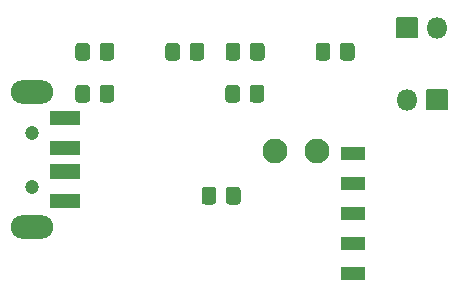
<source format=gbs>
G04 #@! TF.GenerationSoftware,KiCad,Pcbnew,5.1.10*
G04 #@! TF.CreationDate,2021-12-09T23:26:38-05:00*
G04 #@! TF.ProjectId,usbdbg,75736264-6267-42e6-9b69-6361645f7063,rev?*
G04 #@! TF.SameCoordinates,Original*
G04 #@! TF.FileFunction,Soldermask,Bot*
G04 #@! TF.FilePolarity,Negative*
%FSLAX46Y46*%
G04 Gerber Fmt 4.6, Leading zero omitted, Abs format (unit mm)*
G04 Created by KiCad (PCBNEW 5.1.10) date 2021-12-09 23:26:38*
%MOMM*%
%LPD*%
G01*
G04 APERTURE LIST*
%ADD10O,1.801600X1.801600*%
%ADD11O,3.601600X2.001600*%
%ADD12C,1.201600*%
%ADD13C,2.101600*%
G04 APERTURE END LIST*
D10*
X164592000Y-59944000D03*
G36*
G01*
X166282000Y-59043200D02*
X167982000Y-59043200D01*
G75*
G02*
X168032800Y-59094000I0J-50800D01*
G01*
X168032800Y-60794000D01*
G75*
G02*
X167982000Y-60844800I-50800J0D01*
G01*
X166282000Y-60844800D01*
G75*
G02*
X166231200Y-60794000I0J50800D01*
G01*
X166231200Y-59094000D01*
G75*
G02*
X166282000Y-59043200I50800J0D01*
G01*
G37*
G36*
G01*
X165442000Y-54748800D02*
X163742000Y-54748800D01*
G75*
G02*
X163691200Y-54698000I0J50800D01*
G01*
X163691200Y-52998000D01*
G75*
G02*
X163742000Y-52947200I50800J0D01*
G01*
X165442000Y-52947200D01*
G75*
G02*
X165492800Y-52998000I0J-50800D01*
G01*
X165492800Y-54698000D01*
G75*
G02*
X165442000Y-54748800I-50800J0D01*
G01*
G37*
X167132000Y-53848000D03*
G36*
G01*
X161020000Y-75226800D02*
X159020000Y-75226800D01*
G75*
G02*
X158969200Y-75176000I0J50800D01*
G01*
X158969200Y-74176000D01*
G75*
G02*
X159020000Y-74125200I50800J0D01*
G01*
X161020000Y-74125200D01*
G75*
G02*
X161070800Y-74176000I0J-50800D01*
G01*
X161070800Y-75176000D01*
G75*
G02*
X161020000Y-75226800I-50800J0D01*
G01*
G37*
G36*
G01*
X161020000Y-72686800D02*
X159020000Y-72686800D01*
G75*
G02*
X158969200Y-72636000I0J50800D01*
G01*
X158969200Y-71636000D01*
G75*
G02*
X159020000Y-71585200I50800J0D01*
G01*
X161020000Y-71585200D01*
G75*
G02*
X161070800Y-71636000I0J-50800D01*
G01*
X161070800Y-72636000D01*
G75*
G02*
X161020000Y-72686800I-50800J0D01*
G01*
G37*
G36*
G01*
X161020000Y-70146800D02*
X159020000Y-70146800D01*
G75*
G02*
X158969200Y-70096000I0J50800D01*
G01*
X158969200Y-69096000D01*
G75*
G02*
X159020000Y-69045200I50800J0D01*
G01*
X161020000Y-69045200D01*
G75*
G02*
X161070800Y-69096000I0J-50800D01*
G01*
X161070800Y-70096000D01*
G75*
G02*
X161020000Y-70146800I-50800J0D01*
G01*
G37*
G36*
G01*
X161020000Y-67606800D02*
X159020000Y-67606800D01*
G75*
G02*
X158969200Y-67556000I0J50800D01*
G01*
X158969200Y-66556000D01*
G75*
G02*
X159020000Y-66505200I50800J0D01*
G01*
X161020000Y-66505200D01*
G75*
G02*
X161070800Y-66556000I0J-50800D01*
G01*
X161070800Y-67556000D01*
G75*
G02*
X161020000Y-67606800I-50800J0D01*
G01*
G37*
G36*
G01*
X161020000Y-65066800D02*
X159020000Y-65066800D01*
G75*
G02*
X158969200Y-65016000I0J50800D01*
G01*
X158969200Y-64016000D01*
G75*
G02*
X159020000Y-63965200I50800J0D01*
G01*
X161020000Y-63965200D01*
G75*
G02*
X161070800Y-64016000I0J-50800D01*
G01*
X161070800Y-65016000D01*
G75*
G02*
X161020000Y-65066800I-50800J0D01*
G01*
G37*
G36*
G01*
X152535800Y-55401285D02*
X152535800Y-56358715D01*
G75*
G02*
X152263715Y-56630800I-272085J0D01*
G01*
X151556285Y-56630800D01*
G75*
G02*
X151284200Y-56358715I0J272085D01*
G01*
X151284200Y-55401285D01*
G75*
G02*
X151556285Y-55129200I272085J0D01*
G01*
X152263715Y-55129200D01*
G75*
G02*
X152535800Y-55401285I0J-272085D01*
G01*
G37*
G36*
G01*
X150485800Y-55401285D02*
X150485800Y-56358715D01*
G75*
G02*
X150213715Y-56630800I-272085J0D01*
G01*
X149506285Y-56630800D01*
G75*
G02*
X149234200Y-56358715I0J272085D01*
G01*
X149234200Y-55401285D01*
G75*
G02*
X149506285Y-55129200I272085J0D01*
G01*
X150213715Y-55129200D01*
G75*
G02*
X150485800Y-55401285I0J-272085D01*
G01*
G37*
G36*
G01*
X151266200Y-59914715D02*
X151266200Y-58957285D01*
G75*
G02*
X151538285Y-58685200I272085J0D01*
G01*
X152245715Y-58685200D01*
G75*
G02*
X152517800Y-58957285I0J-272085D01*
G01*
X152517800Y-59914715D01*
G75*
G02*
X152245715Y-60186800I-272085J0D01*
G01*
X151538285Y-60186800D01*
G75*
G02*
X151266200Y-59914715I0J272085D01*
G01*
G37*
G36*
G01*
X149216200Y-59914715D02*
X149216200Y-58957285D01*
G75*
G02*
X149488285Y-58685200I272085J0D01*
G01*
X150195715Y-58685200D01*
G75*
G02*
X150467800Y-58957285I0J-272085D01*
G01*
X150467800Y-59914715D01*
G75*
G02*
X150195715Y-60186800I-272085J0D01*
G01*
X149488285Y-60186800D01*
G75*
G02*
X149216200Y-59914715I0J272085D01*
G01*
G37*
G36*
G01*
X160155800Y-55401285D02*
X160155800Y-56358715D01*
G75*
G02*
X159883715Y-56630800I-272085J0D01*
G01*
X159176285Y-56630800D01*
G75*
G02*
X158904200Y-56358715I0J272085D01*
G01*
X158904200Y-55401285D01*
G75*
G02*
X159176285Y-55129200I272085J0D01*
G01*
X159883715Y-55129200D01*
G75*
G02*
X160155800Y-55401285I0J-272085D01*
G01*
G37*
G36*
G01*
X158105800Y-55401285D02*
X158105800Y-56358715D01*
G75*
G02*
X157833715Y-56630800I-272085J0D01*
G01*
X157126285Y-56630800D01*
G75*
G02*
X156854200Y-56358715I0J272085D01*
G01*
X156854200Y-55401285D01*
G75*
G02*
X157126285Y-55129200I272085J0D01*
G01*
X157833715Y-55129200D01*
G75*
G02*
X158105800Y-55401285I0J-272085D01*
G01*
G37*
G36*
G01*
X136934800Y-63474000D02*
X136934800Y-64574000D01*
G75*
G02*
X136884000Y-64624800I-50800J0D01*
G01*
X134384000Y-64624800D01*
G75*
G02*
X134333200Y-64574000I0J50800D01*
G01*
X134333200Y-63474000D01*
G75*
G02*
X134384000Y-63423200I50800J0D01*
G01*
X136884000Y-63423200D01*
G75*
G02*
X136934800Y-63474000I0J-50800D01*
G01*
G37*
G36*
G01*
X136934800Y-65474000D02*
X136934800Y-66574000D01*
G75*
G02*
X136884000Y-66624800I-50800J0D01*
G01*
X134384000Y-66624800D01*
G75*
G02*
X134333200Y-66574000I0J50800D01*
G01*
X134333200Y-65474000D01*
G75*
G02*
X134384000Y-65423200I50800J0D01*
G01*
X136884000Y-65423200D01*
G75*
G02*
X136934800Y-65474000I0J-50800D01*
G01*
G37*
G36*
G01*
X136934800Y-60974000D02*
X136934800Y-62074000D01*
G75*
G02*
X136884000Y-62124800I-50800J0D01*
G01*
X134384000Y-62124800D01*
G75*
G02*
X134333200Y-62074000I0J50800D01*
G01*
X134333200Y-60974000D01*
G75*
G02*
X134384000Y-60923200I50800J0D01*
G01*
X136884000Y-60923200D01*
G75*
G02*
X136934800Y-60974000I0J-50800D01*
G01*
G37*
G36*
G01*
X136934800Y-67974000D02*
X136934800Y-69074000D01*
G75*
G02*
X136884000Y-69124800I-50800J0D01*
G01*
X134384000Y-69124800D01*
G75*
G02*
X134333200Y-69074000I0J50800D01*
G01*
X134333200Y-67974000D01*
G75*
G02*
X134384000Y-67923200I50800J0D01*
G01*
X136884000Y-67923200D01*
G75*
G02*
X136934800Y-67974000I0J-50800D01*
G01*
G37*
D11*
X132884000Y-59324000D03*
X132884000Y-70724000D03*
D12*
X132884000Y-62724000D03*
X132884000Y-67324000D03*
G36*
G01*
X148453800Y-67593285D02*
X148453800Y-68550715D01*
G75*
G02*
X148181715Y-68822800I-272085J0D01*
G01*
X147474285Y-68822800D01*
G75*
G02*
X147202200Y-68550715I0J272085D01*
G01*
X147202200Y-67593285D01*
G75*
G02*
X147474285Y-67321200I272085J0D01*
G01*
X148181715Y-67321200D01*
G75*
G02*
X148453800Y-67593285I0J-272085D01*
G01*
G37*
G36*
G01*
X150503800Y-67593285D02*
X150503800Y-68550715D01*
G75*
G02*
X150231715Y-68822800I-272085J0D01*
G01*
X149524285Y-68822800D01*
G75*
G02*
X149252200Y-68550715I0J272085D01*
G01*
X149252200Y-67593285D01*
G75*
G02*
X149524285Y-67321200I272085J0D01*
G01*
X150231715Y-67321200D01*
G75*
G02*
X150503800Y-67593285I0J-272085D01*
G01*
G37*
G36*
G01*
X139817800Y-58957285D02*
X139817800Y-59914715D01*
G75*
G02*
X139545715Y-60186800I-272085J0D01*
G01*
X138838285Y-60186800D01*
G75*
G02*
X138566200Y-59914715I0J272085D01*
G01*
X138566200Y-58957285D01*
G75*
G02*
X138838285Y-58685200I272085J0D01*
G01*
X139545715Y-58685200D01*
G75*
G02*
X139817800Y-58957285I0J-272085D01*
G01*
G37*
G36*
G01*
X137767800Y-58957285D02*
X137767800Y-59914715D01*
G75*
G02*
X137495715Y-60186800I-272085J0D01*
G01*
X136788285Y-60186800D01*
G75*
G02*
X136516200Y-59914715I0J272085D01*
G01*
X136516200Y-58957285D01*
G75*
G02*
X136788285Y-58685200I272085J0D01*
G01*
X137495715Y-58685200D01*
G75*
G02*
X137767800Y-58957285I0J-272085D01*
G01*
G37*
G36*
G01*
X138566200Y-56358715D02*
X138566200Y-55401285D01*
G75*
G02*
X138838285Y-55129200I272085J0D01*
G01*
X139545715Y-55129200D01*
G75*
G02*
X139817800Y-55401285I0J-272085D01*
G01*
X139817800Y-56358715D01*
G75*
G02*
X139545715Y-56630800I-272085J0D01*
G01*
X138838285Y-56630800D01*
G75*
G02*
X138566200Y-56358715I0J272085D01*
G01*
G37*
G36*
G01*
X136516200Y-56358715D02*
X136516200Y-55401285D01*
G75*
G02*
X136788285Y-55129200I272085J0D01*
G01*
X137495715Y-55129200D01*
G75*
G02*
X137767800Y-55401285I0J-272085D01*
G01*
X137767800Y-56358715D01*
G75*
G02*
X137495715Y-56630800I-272085J0D01*
G01*
X136788285Y-56630800D01*
G75*
G02*
X136516200Y-56358715I0J272085D01*
G01*
G37*
G36*
G01*
X144136200Y-56358715D02*
X144136200Y-55401285D01*
G75*
G02*
X144408285Y-55129200I272085J0D01*
G01*
X145115715Y-55129200D01*
G75*
G02*
X145387800Y-55401285I0J-272085D01*
G01*
X145387800Y-56358715D01*
G75*
G02*
X145115715Y-56630800I-272085J0D01*
G01*
X144408285Y-56630800D01*
G75*
G02*
X144136200Y-56358715I0J272085D01*
G01*
G37*
G36*
G01*
X146186200Y-56358715D02*
X146186200Y-55401285D01*
G75*
G02*
X146458285Y-55129200I272085J0D01*
G01*
X147165715Y-55129200D01*
G75*
G02*
X147437800Y-55401285I0J-272085D01*
G01*
X147437800Y-56358715D01*
G75*
G02*
X147165715Y-56630800I-272085J0D01*
G01*
X146458285Y-56630800D01*
G75*
G02*
X146186200Y-56358715I0J272085D01*
G01*
G37*
D13*
X156972000Y-64262000D03*
X153416000Y-64262000D03*
M02*

</source>
